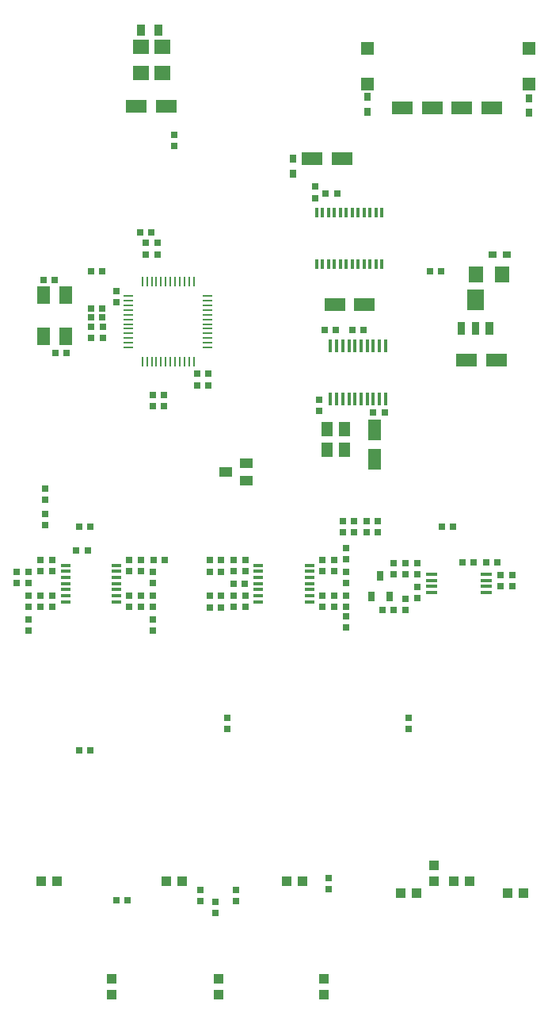
<source format=gbr>
%TF.GenerationSoftware,KiCad,Pcbnew,7.0.5-0*%
%TF.CreationDate,2023-08-22T18:09:04+02:00*%
%TF.ProjectId,plaits,706c6169-7473-42e6-9b69-6361645f7063,rev?*%
%TF.SameCoordinates,Original*%
%TF.FileFunction,Paste,Top*%
%TF.FilePolarity,Positive*%
%FSLAX46Y46*%
G04 Gerber Fmt 4.6, Leading zero omitted, Abs format (unit mm)*
G04 Created by KiCad (PCBNEW 7.0.5-0) date 2023-08-22 18:09:04*
%MOMM*%
%LPD*%
G01*
G04 APERTURE LIST*
%ADD10R,1.600000X1.800000*%
%ADD11R,0.750000X0.650000*%
%ADD12R,0.650000X0.750000*%
%ADD13R,2.200000X1.400000*%
%ADD14R,1.400000X1.000000*%
%ADD15R,1.100000X1.000000*%
%ADD16R,1.300000X1.500000*%
%ADD17R,0.700000X0.850000*%
%ADD18R,1.000000X1.100000*%
%ADD19R,1.400000X1.400000*%
%ADD20R,1.200000X0.350000*%
%ADD21R,0.330000X1.000000*%
%ADD22R,0.355600X1.422400*%
%ADD23R,0.700000X1.000000*%
%ADD24R,1.800000X1.600000*%
%ADD25R,0.900000X1.250000*%
%ADD26R,1.000000X0.254000*%
%ADD27R,0.254000X1.000000*%
%ADD28R,1.400000X1.900000*%
%ADD29R,0.850000X0.700000*%
%ADD30R,0.990600X0.304800*%
%ADD31R,1.400000X2.200000*%
G04 APERTURE END LIST*
%TO.C,IC3*%
G36*
X172139600Y-86093800D02*
G01*
X171339600Y-86093800D01*
X171339600Y-84693800D01*
X172139600Y-84693800D01*
X172139600Y-86093800D01*
G37*
G36*
X169139600Y-86093800D02*
G01*
X168339600Y-86093800D01*
X168339600Y-84693800D01*
X169139600Y-84693800D01*
X169139600Y-86093800D01*
G37*
G36*
X170639600Y-86093800D02*
G01*
X169839600Y-86093800D01*
X169839600Y-84693800D01*
X170639600Y-84693800D01*
X170639600Y-86093800D01*
G37*
G36*
X171139600Y-83413800D02*
G01*
X169339600Y-83413800D01*
X169339600Y-81213800D01*
X171139600Y-81213800D01*
X171139600Y-83413800D01*
G37*
%TD*%
D10*
%TO.C,C13*%
X170268600Y-79603600D03*
X173068600Y-79603600D03*
%TD*%
D11*
%TO.C,R37*%
X162778600Y-114246100D03*
X162778600Y-115446100D03*
%TD*%
D12*
%TO.C,R5*%
X130358700Y-83254700D03*
X129158700Y-83254700D03*
%TD*%
%TO.C,R14*%
X135826100Y-110083600D03*
X137026100Y-110083600D03*
%TD*%
D11*
%TO.C,C51*%
X143728600Y-126946100D03*
X143728600Y-128146100D03*
%TD*%
%TO.C,C26*%
X136902400Y-92497300D03*
X136902400Y-93697300D03*
%TD*%
D13*
%TO.C,C22*%
X169274800Y-88811100D03*
X172474800Y-88811100D03*
%TD*%
D11*
%TO.C,C8*%
X153094900Y-71472400D03*
X153094900Y-70272400D03*
%TD*%
D12*
%TO.C,R3*%
X154241100Y-71031100D03*
X155441100Y-71031100D03*
%TD*%
D14*
%TO.C,D3*%
X145781000Y-101667200D03*
X145781000Y-99767200D03*
X143581000Y-100717200D03*
%TD*%
D11*
%TO.C,C6*%
X138050000Y-64750000D03*
X138050000Y-65950000D03*
%TD*%
%TO.C,R32*%
X134521100Y-115128600D03*
X134521100Y-113928600D03*
%TD*%
D15*
%TO.C,C55*%
X125528600Y-144373500D03*
X123828600Y-144373500D03*
%TD*%
D11*
%TO.C,R24*%
X121186100Y-111388600D03*
X121186100Y-112588600D03*
%TD*%
D16*
%TO.C,C31*%
X156267400Y-98336100D03*
X154367400Y-98336100D03*
%TD*%
D17*
%TO.C,L3*%
X175950000Y-62406100D03*
X175950000Y-60806100D03*
%TD*%
D11*
%TO.C,R11*%
X157222400Y-107191100D03*
X157222400Y-105991100D03*
%TD*%
D12*
%TO.C,C23*%
X141712600Y-90239800D03*
X140512600Y-90239800D03*
%TD*%
%TO.C,C36*%
X128771100Y-109131100D03*
X127571100Y-109131100D03*
%TD*%
D11*
%TO.C,R13*%
X156428600Y-110048600D03*
X156428600Y-108848600D03*
%TD*%
%TO.C,C33*%
X156111100Y-107191100D03*
X156111100Y-105991100D03*
%TD*%
%TO.C,C15*%
X131822500Y-81385000D03*
X131822500Y-82585000D03*
%TD*%
D15*
%TO.C,C56*%
X137163600Y-144373600D03*
X138863600Y-144373600D03*
%TD*%
D13*
%TO.C,C16*%
X155200000Y-82850000D03*
X158400000Y-82850000D03*
%TD*%
D11*
%TO.C,R48*%
X140871100Y-145361100D03*
X140871100Y-146561100D03*
%TD*%
%TO.C,R40*%
X122456100Y-116468600D03*
X122456100Y-117668600D03*
%TD*%
%TO.C,R22*%
X162778600Y-110436100D03*
X162778600Y-111636100D03*
%TD*%
D18*
%TO.C,R46*%
X162246100Y-145643600D03*
X163946100Y-145643600D03*
%TD*%
D19*
%TO.C,D2*%
X175950000Y-59278600D03*
X175950000Y-55478600D03*
%TD*%
D17*
%TO.C,L4*%
X150750000Y-67300000D03*
X150750000Y-68900000D03*
%TD*%
D11*
%TO.C,R19*%
X144363600Y-110118600D03*
X144363600Y-111318600D03*
%TD*%
D16*
%TO.C,C29*%
X154367600Y-96113600D03*
X156267600Y-96113600D03*
%TD*%
D11*
%TO.C,R27*%
X156428600Y-111388600D03*
X156428600Y-112588600D03*
%TD*%
%TO.C,R36*%
X156428700Y-115128600D03*
X156428700Y-113928600D03*
%TD*%
D12*
%TO.C,C37*%
X171386100Y-110401100D03*
X172586100Y-110401100D03*
%TD*%
D11*
%TO.C,R25*%
X122456100Y-111388600D03*
X122456100Y-112588600D03*
%TD*%
%TO.C,C40*%
X145633600Y-111318600D03*
X145633600Y-110118600D03*
%TD*%
D17*
%TO.C,L2*%
X158700000Y-62247400D03*
X158700000Y-60647400D03*
%TD*%
D12*
%TO.C,R6*%
X130358600Y-84207400D03*
X129158600Y-84207400D03*
%TD*%
D11*
%TO.C,C38*%
X124996100Y-111318600D03*
X124996100Y-110118600D03*
%TD*%
D18*
%TO.C,R47*%
X173676100Y-145643600D03*
X175376100Y-145643600D03*
%TD*%
D20*
%TO.C,IC8*%
X165568600Y-111648600D03*
X165568600Y-112298600D03*
X165568600Y-112948600D03*
X165568600Y-113598600D03*
X171418600Y-113598600D03*
X171418600Y-112948600D03*
X171418600Y-112298600D03*
X171418600Y-111648600D03*
%TD*%
D11*
%TO.C,R41*%
X135791100Y-116468600D03*
X135791100Y-117668600D03*
%TD*%
%TO.C,R35*%
X155158600Y-115128600D03*
X155158600Y-113928600D03*
%TD*%
%TO.C,C47*%
X133251100Y-113928600D03*
X133251100Y-115128600D03*
%TD*%
D21*
%TO.C,IC2*%
X153253600Y-78518600D03*
X153888600Y-78518600D03*
X154523600Y-78518600D03*
X155158600Y-78518600D03*
X155793600Y-78518600D03*
X156428600Y-78518600D03*
X157063600Y-78518600D03*
X157698600Y-78518600D03*
X158333600Y-78518600D03*
X158968600Y-78518600D03*
X159603600Y-78518600D03*
X160238600Y-78518600D03*
X160238600Y-73068600D03*
X159603600Y-73068600D03*
X158968600Y-73068600D03*
X158333600Y-73068600D03*
X157698600Y-73068600D03*
X157063600Y-73068600D03*
X156428600Y-73068600D03*
X155793600Y-73068600D03*
X155158600Y-73068600D03*
X154523600Y-73068600D03*
X153888600Y-73068600D03*
X153253600Y-73068600D03*
%TD*%
D11*
%TO.C,C49*%
X153888600Y-113928600D03*
X153888600Y-115128600D03*
%TD*%
D12*
%TO.C,C18*%
X157100000Y-85550000D03*
X158300000Y-85550000D03*
%TD*%
%TO.C,C14*%
X125278600Y-80238600D03*
X124078600Y-80238600D03*
%TD*%
D13*
%TO.C,C3*%
X133990000Y-61660000D03*
X137190000Y-61660000D03*
%TD*%
D15*
%TO.C,C57*%
X150022400Y-144373600D03*
X151722400Y-144373600D03*
%TD*%
D12*
%TO.C,C53*%
X129088600Y-130403600D03*
X127888600Y-130403600D03*
%TD*%
%TO.C,C10*%
X135032500Y-77539700D03*
X136232500Y-77539700D03*
%TD*%
D22*
%TO.C,IC5*%
X154762700Y-92925900D03*
X155423100Y-92925900D03*
X156083500Y-92925900D03*
X156718500Y-92925900D03*
X157378900Y-92925900D03*
X158013900Y-92925900D03*
X158678900Y-92925900D03*
X159313900Y-92925900D03*
X159974300Y-92925900D03*
X160634700Y-92925900D03*
X160634700Y-87236300D03*
X159974300Y-87236300D03*
X159313900Y-87236300D03*
X158678900Y-87236300D03*
X158013900Y-87236300D03*
X157378900Y-87236300D03*
X156718500Y-87236300D03*
X156083500Y-87236300D03*
X155423100Y-87236300D03*
X154762700Y-87236300D03*
%TD*%
D11*
%TO.C,R18*%
X134521100Y-110118600D03*
X134521100Y-111318600D03*
%TD*%
%TO.C,C52*%
X163096100Y-126946100D03*
X163096100Y-128146100D03*
%TD*%
%TO.C,R21*%
X161508600Y-111636100D03*
X161508600Y-110436100D03*
%TD*%
%TO.C,C45*%
X164048600Y-112976100D03*
X164048600Y-114176100D03*
%TD*%
D18*
%TO.C,C61*%
X142776200Y-156494900D03*
X142776200Y-154794900D03*
%TD*%
D11*
%TO.C,R12*%
X158651100Y-107191100D03*
X158651100Y-105991100D03*
%TD*%
D15*
%TO.C,C58*%
X169661300Y-144373600D03*
X167961300Y-144373600D03*
%TD*%
D12*
%TO.C,C9*%
X135032400Y-76269800D03*
X136232400Y-76269800D03*
%TD*%
%TO.C,C28*%
X159321100Y-94367300D03*
X160521100Y-94367300D03*
%TD*%
D11*
%TO.C,C41*%
X153888600Y-111318600D03*
X153888600Y-110118600D03*
%TD*%
%TO.C,R10*%
X124202400Y-106397300D03*
X124202400Y-105197300D03*
%TD*%
D12*
%TO.C,R29*%
X143058600Y-113893600D03*
X141858600Y-113893600D03*
%TD*%
%TO.C,C21*%
X125348600Y-88017300D03*
X126548600Y-88017300D03*
%TD*%
%TO.C,C34*%
X167823600Y-106591100D03*
X166623600Y-106591100D03*
%TD*%
%TO.C,R15*%
X143058600Y-110083600D03*
X141858600Y-110083600D03*
%TD*%
%TO.C,C32*%
X129088600Y-106591100D03*
X127888600Y-106591100D03*
%TD*%
%TO.C,C50*%
X161473600Y-115481100D03*
X160273600Y-115481100D03*
%TD*%
D11*
%TO.C,C19*%
X129123600Y-86394800D03*
X129123600Y-85194800D03*
%TD*%
D12*
%TO.C,R23*%
X143058600Y-111353600D03*
X141858600Y-111353600D03*
%TD*%
D23*
%TO.C,IC9*%
X159129900Y-114041100D03*
X161029900Y-114041100D03*
X160079900Y-111841100D03*
%TD*%
D24*
%TO.C,C2*%
X136743600Y-55343600D03*
X136743600Y-58143600D03*
%TD*%
D11*
%TO.C,R51*%
X142458600Y-147831100D03*
X142458600Y-146631100D03*
%TD*%
D12*
%TO.C,C11*%
X130358600Y-79286100D03*
X129158600Y-79286100D03*
%TD*%
D25*
%TO.C,L1*%
X136373600Y-53568600D03*
X134473600Y-53568600D03*
%TD*%
D26*
%TO.C,IC4*%
X133128600Y-81933600D03*
X133128600Y-82433600D03*
X133128600Y-82933600D03*
X133128600Y-83433600D03*
X133128600Y-83933600D03*
X133128600Y-84433600D03*
X133128600Y-84933600D03*
X133128600Y-85433600D03*
X133128600Y-85933600D03*
X133128600Y-86433600D03*
X133128600Y-86933600D03*
X133128600Y-87433600D03*
D27*
X134628600Y-88933600D03*
X135128600Y-88933600D03*
X135628600Y-88933600D03*
X136128600Y-88933600D03*
X136628600Y-88933600D03*
X137128600Y-88933600D03*
X137628600Y-88933600D03*
X138128600Y-88933600D03*
X138628600Y-88933600D03*
X139128600Y-88933600D03*
X139628600Y-88933600D03*
X140128600Y-88933600D03*
D26*
X141628600Y-87433600D03*
X141628600Y-86933600D03*
X141628600Y-86433600D03*
X141628600Y-85933600D03*
X141628600Y-85433600D03*
X141628600Y-84933600D03*
X141628600Y-84433600D03*
X141628600Y-83933600D03*
X141628600Y-83433600D03*
X141628600Y-82933600D03*
X141628600Y-82433600D03*
X141628600Y-81933600D03*
D27*
X140128600Y-80433600D03*
X139628600Y-80433600D03*
X139128600Y-80433600D03*
X138628600Y-80433600D03*
X138128600Y-80433600D03*
X137628600Y-80433600D03*
X137128600Y-80433600D03*
X136628600Y-80433600D03*
X136128600Y-80433600D03*
X135628600Y-80433600D03*
X135128600Y-80433600D03*
X134628600Y-80433600D03*
%TD*%
D12*
%TO.C,C24*%
X141712600Y-91509700D03*
X140512600Y-91509700D03*
%TD*%
D28*
%TO.C,Q1*%
X126463600Y-86243600D03*
X126463600Y-81843600D03*
X124063600Y-81843600D03*
X124063600Y-86243600D03*
%TD*%
D29*
%TO.C,L5*%
X172038600Y-77539900D03*
X173638600Y-77539900D03*
%TD*%
D11*
%TO.C,C39*%
X133251100Y-111318600D03*
X133251100Y-110118600D03*
%TD*%
D13*
%TO.C,C7*%
X152800000Y-67300000D03*
X156000000Y-67300000D03*
%TD*%
D12*
%TO.C,C12*%
X166553600Y-79286100D03*
X165353600Y-79286100D03*
%TD*%
D11*
%TO.C,R33*%
X135791100Y-115128600D03*
X135791100Y-113928600D03*
%TD*%
D30*
%TO.C,IC7*%
X147043300Y-110673600D03*
X147043300Y-111323600D03*
X147043300Y-111973600D03*
X147043300Y-112623600D03*
X147043300Y-113273600D03*
X147043300Y-113923600D03*
X147043300Y-114573600D03*
X152478900Y-114573600D03*
X152478900Y-113923600D03*
X152478900Y-113273600D03*
X152478900Y-112623600D03*
X152478900Y-111973600D03*
X152478900Y-111323600D03*
X152478900Y-110673600D03*
%TD*%
D11*
%TO.C,C27*%
X153571100Y-92973600D03*
X153571100Y-94173600D03*
%TD*%
%TO.C,R49*%
X144681100Y-145361100D03*
X144681100Y-146561100D03*
%TD*%
%TO.C,C43*%
X172938600Y-112906100D03*
X172938600Y-111706100D03*
%TD*%
D13*
%TO.C,C4*%
X162448600Y-61823600D03*
X165648600Y-61823600D03*
%TD*%
D11*
%TO.C,R28*%
X174208600Y-111706100D03*
X174208600Y-112906100D03*
%TD*%
%TO.C,R9*%
X124202400Y-103698600D03*
X124202400Y-102498600D03*
%TD*%
D12*
%TO.C,R38*%
X143058600Y-115163600D03*
X141858600Y-115163600D03*
%TD*%
D13*
%TO.C,C5*%
X168798600Y-61823600D03*
X171998600Y-61823600D03*
%TD*%
D18*
%TO.C,C59*%
X131346100Y-156494800D03*
X131346100Y-154794800D03*
%TD*%
D12*
%TO.C,C17*%
X154150000Y-85550000D03*
X155350000Y-85550000D03*
%TD*%
D11*
%TO.C,C35*%
X159762400Y-107191200D03*
X159762400Y-105991200D03*
%TD*%
%TO.C,R45*%
X154523600Y-144091100D03*
X154523600Y-145291100D03*
%TD*%
D12*
%TO.C,C44*%
X145598600Y-112623600D03*
X144398600Y-112623600D03*
%TD*%
%TO.C,R16*%
X170046100Y-110401100D03*
X168846100Y-110401100D03*
%TD*%
D11*
%TO.C,C46*%
X124996100Y-113928600D03*
X124996100Y-115128600D03*
%TD*%
%TO.C,R39*%
X156428600Y-116151100D03*
X156428600Y-117351100D03*
%TD*%
%TO.C,C25*%
X135791100Y-92497300D03*
X135791100Y-93697300D03*
%TD*%
D18*
%TO.C,C54*%
X165794800Y-142729800D03*
X165794800Y-144429800D03*
%TD*%
D31*
%TO.C,C30*%
X159500000Y-96200000D03*
X159500000Y-99400000D03*
%TD*%
D12*
%TO.C,R50*%
X133057300Y-146437300D03*
X131857300Y-146437300D03*
%TD*%
%TO.C,R4*%
X135597400Y-75158600D03*
X134397400Y-75158600D03*
%TD*%
D11*
%TO.C,R20*%
X155158600Y-110118600D03*
X155158600Y-111318600D03*
%TD*%
%TO.C,C48*%
X145633600Y-113928600D03*
X145633600Y-115128600D03*
%TD*%
D24*
%TO.C,C1*%
X134521100Y-55343600D03*
X134521100Y-58143600D03*
%TD*%
D11*
%TO.C,R17*%
X123726100Y-110118600D03*
X123726100Y-111318600D03*
%TD*%
D19*
%TO.C,D1*%
X158700000Y-55478600D03*
X158700000Y-59278600D03*
%TD*%
D11*
%TO.C,R31*%
X123726100Y-115128600D03*
X123726100Y-113928600D03*
%TD*%
%TO.C,R26*%
X135791100Y-111388600D03*
X135791100Y-112588600D03*
%TD*%
D18*
%TO.C,C60*%
X154047400Y-156494800D03*
X154047400Y-154794800D03*
%TD*%
D11*
%TO.C,R30*%
X122456100Y-115128600D03*
X122456100Y-113928600D03*
%TD*%
%TO.C,C42*%
X164048600Y-111636100D03*
X164048600Y-110436100D03*
%TD*%
%TO.C,C20*%
X130393600Y-86394800D03*
X130393600Y-85194800D03*
%TD*%
%TO.C,R34*%
X144363600Y-115128600D03*
X144363600Y-113928600D03*
%TD*%
D30*
%TO.C,IC6*%
X126405800Y-110673600D03*
X126405800Y-111323600D03*
X126405800Y-111973600D03*
X126405800Y-112623600D03*
X126405800Y-113273600D03*
X126405800Y-113923600D03*
X126405800Y-114573600D03*
X131841400Y-114573600D03*
X131841400Y-113923600D03*
X131841400Y-113273600D03*
X131841400Y-112623600D03*
X131841400Y-111973600D03*
X131841400Y-111323600D03*
X131841400Y-110673600D03*
%TD*%
M02*

</source>
